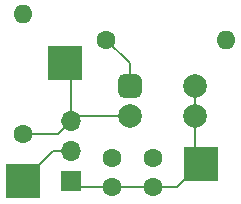
<source format=gbr>
%TF.GenerationSoftware,KiCad,Pcbnew,8.0.5*%
%TF.CreationDate,2024-09-27T23:05:58+12:00*%
%TF.ProjectId,LFR PCB,4c465220-5043-4422-9e6b-696361645f70,rev?*%
%TF.SameCoordinates,Original*%
%TF.FileFunction,Copper,L1,Top*%
%TF.FilePolarity,Positive*%
%FSLAX46Y46*%
G04 Gerber Fmt 4.6, Leading zero omitted, Abs format (unit mm)*
G04 Created by KiCad (PCBNEW 8.0.5) date 2024-09-27 23:05:58*
%MOMM*%
%LPD*%
G01*
G04 APERTURE LIST*
G04 Aperture macros list*
%AMRoundRect*
0 Rectangle with rounded corners*
0 $1 Rounding radius*
0 $2 $3 $4 $5 $6 $7 $8 $9 X,Y pos of 4 corners*
0 Add a 4 corners polygon primitive as box body*
4,1,4,$2,$3,$4,$5,$6,$7,$8,$9,$2,$3,0*
0 Add four circle primitives for the rounded corners*
1,1,$1+$1,$2,$3*
1,1,$1+$1,$4,$5*
1,1,$1+$1,$6,$7*
1,1,$1+$1,$8,$9*
0 Add four rect primitives between the rounded corners*
20,1,$1+$1,$2,$3,$4,$5,0*
20,1,$1+$1,$4,$5,$6,$7,0*
20,1,$1+$1,$6,$7,$8,$9,0*
20,1,$1+$1,$8,$9,$2,$3,0*%
G04 Aperture macros list end*
%TA.AperFunction,SMDPad,CuDef*%
%ADD10R,3.000000X3.000000*%
%TD*%
%TA.AperFunction,ComponentPad*%
%ADD11C,1.600000*%
%TD*%
%TA.AperFunction,ComponentPad*%
%ADD12O,1.600000X1.600000*%
%TD*%
%TA.AperFunction,ComponentPad*%
%ADD13R,1.700000X1.700000*%
%TD*%
%TA.AperFunction,ComponentPad*%
%ADD14O,1.700000X1.700000*%
%TD*%
%TA.AperFunction,ComponentPad*%
%ADD15RoundRect,0.500000X-0.500000X-0.500000X0.500000X-0.500000X0.500000X0.500000X-0.500000X0.500000X0*%
%TD*%
%TA.AperFunction,ComponentPad*%
%ADD16C,2.000000*%
%TD*%
%TA.AperFunction,Conductor*%
%ADD17C,0.200000*%
%TD*%
G04 APERTURE END LIST*
D10*
%TO.P,TP2,1,1*%
%TO.N,GND*%
X237000000Y-82000000D03*
%TD*%
D11*
%TO.P,C2,1*%
%TO.N,VCC*%
X244500000Y-82500000D03*
%TO.P,C2,2*%
%TO.N,GND*%
X244500000Y-80000000D03*
%TD*%
%TO.P,R1,1*%
%TO.N,Net-(R1-Pad1)*%
X244000000Y-70000000D03*
D12*
%TO.P,R1,2*%
%TO.N,GND*%
X254160000Y-70000000D03*
%TD*%
D11*
%TO.P,R2,1*%
%TO.N,Sensor*%
X237000000Y-78000000D03*
D12*
%TO.P,R2,2*%
%TO.N,GND*%
X237000000Y-67840000D03*
%TD*%
D11*
%TO.P,C1,1*%
%TO.N,VCC*%
X248000000Y-82500000D03*
%TO.P,C1,2*%
%TO.N,GND*%
X248000000Y-80000000D03*
%TD*%
D13*
%TO.P,J1,1,Pin_1*%
%TO.N,VCC*%
X241000000Y-82000000D03*
D14*
%TO.P,J1,2,Pin_2*%
%TO.N,GND*%
X241000000Y-79460000D03*
%TO.P,J1,3,Pin_3*%
%TO.N,Sensor*%
X241000000Y-76920000D03*
%TD*%
D10*
%TO.P,TP3,1,1*%
%TO.N,Sensor*%
X240500000Y-72000000D03*
%TD*%
%TO.P,TP1,1,1*%
%TO.N,VCC*%
X252000000Y-80500000D03*
%TD*%
D15*
%TO.P,U4,1,C*%
%TO.N,Net-(R1-Pad1)*%
X246000000Y-73960000D03*
D16*
%TO.P,U4,2,E*%
%TO.N,Sensor*%
X246000000Y-76500000D03*
%TO.P,U4,3,A*%
%TO.N,VCC*%
X251500000Y-76500000D03*
%TO.P,U4,4,C*%
X251500000Y-73960000D03*
%TD*%
D17*
%TO.N,GND*%
X239540000Y-79460000D02*
X241000000Y-79460000D01*
X237000000Y-82000000D02*
X239540000Y-79460000D01*
%TO.N,VCC*%
X250000000Y-82500000D02*
X252000000Y-80500000D01*
X251500000Y-73960000D02*
X251500000Y-76500000D01*
X251500000Y-80000000D02*
X252000000Y-80500000D01*
X244500000Y-82500000D02*
X241500000Y-82500000D01*
X248000000Y-82500000D02*
X250000000Y-82500000D01*
X248000000Y-82500000D02*
X244500000Y-82500000D01*
X241500000Y-82500000D02*
X241000000Y-82000000D01*
X251500000Y-76500000D02*
X251500000Y-80000000D01*
%TO.N,Sensor*%
X241000000Y-76920000D02*
X241000000Y-72500000D01*
X241000000Y-72500000D02*
X240500000Y-72000000D01*
X239920000Y-78000000D02*
X241000000Y-76920000D01*
X241000000Y-76920000D02*
X241420000Y-76500000D01*
X241420000Y-76500000D02*
X246000000Y-76500000D01*
X237000000Y-78000000D02*
X239920000Y-78000000D01*
%TO.N,Net-(R1-Pad1)*%
X246000000Y-73960000D02*
X246000000Y-72000000D01*
X246000000Y-72000000D02*
X244000000Y-70000000D01*
%TD*%
M02*

</source>
